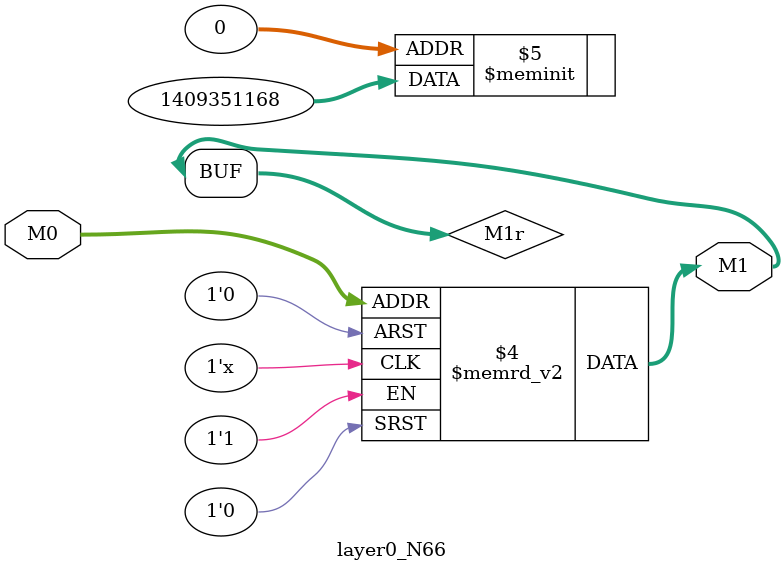
<source format=v>
module layer0_N66 ( input [3:0] M0, output [1:0] M1 );

	(*rom_style = "distributed" *) reg [1:0] M1r;
	assign M1 = M1r;
	always @ (M0) begin
		case (M0)
			4'b0000: M1r = 2'b00;
			4'b1000: M1r = 2'b00;
			4'b0100: M1r = 2'b10;
			4'b1100: M1r = 2'b00;
			4'b0010: M1r = 2'b00;
			4'b1010: M1r = 2'b00;
			4'b0110: M1r = 2'b11;
			4'b1110: M1r = 2'b01;
			4'b0001: M1r = 2'b00;
			4'b1001: M1r = 2'b00;
			4'b0101: M1r = 2'b11;
			4'b1101: M1r = 2'b01;
			4'b0011: M1r = 2'b00;
			4'b1011: M1r = 2'b00;
			4'b0111: M1r = 2'b11;
			4'b1111: M1r = 2'b01;

		endcase
	end
endmodule

</source>
